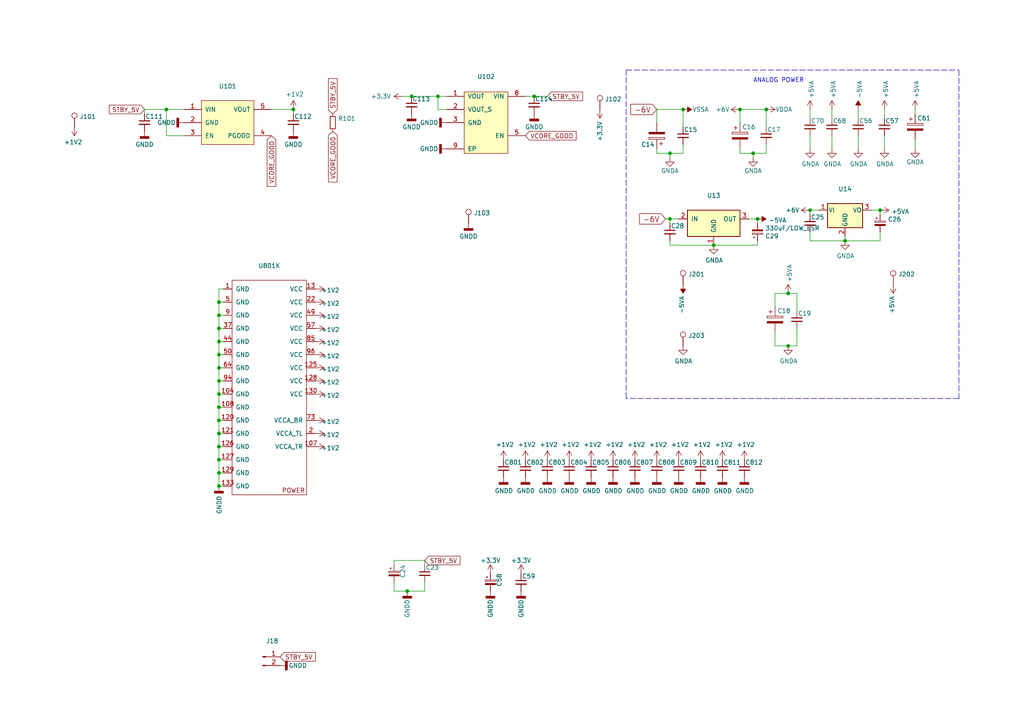
<source format=kicad_sch>
(kicad_sch (version 20211123) (generator eeschema)
  (paper "A4")
  (title_block (title "BKM-68X Alternative") (rev "F") (company "L33T TEK") (comment 1 "Martin Hejnfelt") (comment 2 "martin@hejnfelt.com") (comment 3 "www.immerhax.com"))
  (lib_symbols
    (symbol "Connector:Conn_01x02_Male" (pin_names (offset 1.016) hide)
      (property "Reference" "J" (at 0 2.54 0))
      (property "Value" "Conn_01x02_Male" (at 0 -5.08 0))
      (symbol "Conn_01x02_Male_1_1"
        (polyline (pts (xy 1.27 -2.54) (xy 0.8636 -2.54)) (stroke (width 0.1524)))
        (polyline (pts (xy 1.27 0) (xy 0.8636 0)) (stroke (width 0.1524)))
        (rectangle (start 0.8636 -2.413) (end 0 -2.667) (stroke (width 0.1524)) (fill (type outline)))
        (rectangle (start 0.8636 0.127) (end 0 -0.127) (stroke (width 0.1524)) (fill (type outline)))
        (pin passive line (at 5.08 0 180) (length 3.81) (name "Pin_1") (number "1"))
        (pin passive line (at 5.08 -2.54 180) (length 3.81) (name "Pin_2") (number "2"))
      )
    )
    (symbol "Device:C_Polarized_Small" (pin_numbers hide) (pin_names (offset 0.254) hide)
      (property "Reference" "C" (at 0.254 1.778 0))
      (property "Value" "C_Polarized_Small" (at 0.254 -2.032 0))
      (symbol "C_Polarized_Small_0_1"
        (rectangle (start -1.524 -0.3048) (end 1.524 -0.6858) (fill (type outline)))
        (rectangle (start -1.524 0.6858) (end 1.524 0.3048))
        (polyline (pts (xy -1.27 1.524) (xy -0.762 1.524)))
        (polyline (pts (xy -1.016 1.27) (xy -1.016 1.778)))
      )
      (symbol "C_Polarized_Small_1_1"
        (pin passive line (at 0 2.54 270) (length 1.8542) (name "~") (number "1"))
        (pin passive line (at 0 -2.54 90) (length 1.8542) (name "~") (number "2"))
      )
    )
    (symbol "Device:R_Small" (pin_numbers hide) (pin_names (offset 0.254) hide)
      (property "Reference" "R" (at 0.762 0.508 0))
      (property "Value" "R_Small" (at 0.762 -1.016 0))
      (symbol "R_Small_0_1"
        (rectangle (start -0.762 1.778) (end 0.762 -1.778) (stroke (width 0.2032)))
      )
      (symbol "R_Small_1_1"
        (pin passive line (at 0 2.54 270) (length 0.762) (name "~") (number "1"))
        (pin passive line (at 0 -2.54 90) (length 0.762) (name "~") (number "2"))
      )
    )
    (symbol "Regulator_Linear:LM2990SX-5.0" (pin_names (offset 1.016))
      (property "Reference" "U" (at -7.874 4.064 0))
      (property "Value" "LM2990SX-5.0" (at -3.048 4.064 0))
      (symbol "LM2990SX-5.0_0_1"
        (rectangle (start -7.62 2.54) (end 7.62 -5.08) (stroke (width 0.254)) (fill (type background)))
      )
      (symbol "LM2990SX-5.0_1_1"
        (pin power_in line (at 0 -7.62 90) (length 2.54) (name "GND") (number "1"))
        (pin power_in line (at -10.16 0 0) (length 2.54) (name "IN") (number "2"))
        (pin power_out line (at 10.16 0 180) (length 2.54) (name "OUT") (number "3"))
      )
    )
    (symbol "Regulator_Linear:SPX2920U-3.3_TO220" (pin_names (offset 0.254))
      (property "Reference" "U" (at -3.81 3.175 0))
      (property "Value" "SPX2920U-3.3_TO220" (at 0 3.175 0))
      (symbol "SPX2920U-3.3_TO220_0_1"
        (rectangle (start -5.08 1.905) (end 5.08 -5.08) (stroke (width 0.254)) (fill (type background)))
      )
      (symbol "SPX2920U-3.3_TO220_1_1"
        (pin power_in line (at -7.62 0 0) (length 2.54) (name "VI") (number "1"))
        (pin power_in line (at 0 -7.62 90) (length 2.54) (name "GND") (number "2"))
        (pin power_out line (at 7.62 0 180) (length 2.54) (name "VO") (number "3"))
      )
    )
    (symbol "bkm-68x-simple-rescue:CP" (pin_numbers hide) (pin_names (offset 0.254))
      (property "Reference" "C" (at 0.635 2.54 0))
      (property "Value" "CP" (at 0.635 -2.54 0))
      (symbol "CP_0_1"
        (rectangle (start -2.286 0.508) (end -2.286 1.016))
        (rectangle (start -2.286 0.508) (end 2.286 0.508))
        (polyline (pts (xy -1.778 2.286) (xy -0.762 2.286)))
        (polyline (pts (xy -1.27 2.794) (xy -1.27 1.778)))
        (rectangle (start 2.286 -0.508) (end -2.286 -1.016) (fill (type outline)))
        (rectangle (start 2.286 1.016) (end -2.286 1.016))
        (rectangle (start 2.286 1.016) (end 2.286 0.508))
      )
      (symbol "CP_1_1"
        (pin passive line (at 0 3.81 270) (length 2.794) (name "~") (number "1"))
        (pin passive line (at 0 -3.81 90) (length 2.794) (name "~") (number "2"))
      )
    )
    (symbol "bkm-68x-simple-rescue:C_Small" (pin_numbers hide) (pin_names (offset 0.254) hide)
      (property "Reference" "C" (at 0.254 1.778 0))
      (property "Value" "C_Small" (at 0.254 -2.032 0))
      (symbol "C_Small_0_1"
        (polyline (pts (xy -1.524 -0.508) (xy 1.524 -0.508)) (stroke (width 0.3302)))
        (polyline (pts (xy -1.524 0.508) (xy 1.524 0.508)) (stroke (width 0.3048)))
      )
      (symbol "C_Small_1_1"
        (pin passive line (at 0 2.54 270) (length 2.032) (name "~") (number "1"))
        (pin passive line (at 0 -2.54 90) (length 2.032) (name "~") (number "2"))
      )
    )
    (symbol "bkm-68x-simple-rescue:T8Q144-Efinix_FPGA" (pin_names (offset 1.016))
      (property "Reference" "U" (at -10.16 26.67 0))
      (property "Value" "T8Q144-Efinix_FPGA" (at 7.62 26.67 0))
      (symbol "T8Q144-Efinix_FPGA_1_0"
        (text "BANK 1A" (at -10.16 0 900) (effects (font (size 1.27 1.27))))
      )
      (symbol "T8Q144-Efinix_FPGA_1_1"
        (rectangle (start 11.43 25.4) (end -11.43 -25.4))
        (pin power_in line (at 13.97 -22.86 180) (length 2.54) (name "VCCIO_1A") (number "23"))
        (pin output line (at 13.97 -15.24 180) (length 2.54) (name "TDO") (number "24"))
        (pin input line (at 13.97 -19.05 180) (length 2.54) (name "TMS") (number "25"))
        (pin input line (at 13.97 -7.62 180) (length 2.54) (name "TCK") (number "26"))
        (pin input line (at 13.97 -11.43 180) (length 2.54) (name "TDI") (number "27"))
        (pin bidirectional line (at 13.97 -3.81 180) (length 2.54) (name "GPIOL_09_CDI1") (number "28"))
        (pin bidirectional line (at 13.97 0 180) (length 2.54) (name "GPIOL_08_CDI0") (number "29"))
        (pin bidirectional line (at 13.97 11.43 180) (length 2.54) (name "GPIOL_01_CCK") (number "30"))
        (pin bidirectional line (at 13.97 15.24 180) (length 2.54) (name "GPIOL_00_SS_N") (number "31"))
        (pin bidirectional line (at 13.97 7.62 180) (length 2.54) (name "GPIOL_04_CSI") (number "32"))
        (pin bidirectional line (at 13.97 3.81 180) (length 2.54) (name "GPIOL_05_CSO") (number "33"))
        (pin output line (at 13.97 22.86 180) (length 2.54) (name "CDONE") (number "34"))
        (pin input line (at 13.97 19.05 180) (length 2.54) (name "CRESET_N") (number "35"))
      )
      (symbol "T8Q144-Efinix_FPGA_2_0"
        (rectangle (start 12.7 25.4) (end -13.97 -6.35))
        (text "BANK 1B" (at -12.7 10.16 900) (effects (font (size 1.27 1.27))))
      )
      (symbol "T8Q144-Efinix_FPGA_2_1"
        (pin bidirectional line (at 15.24 0 180) (length 2.54) (name "GPIOL_24_CLK1") (number "14"))
        (pin bidirectional line (at 15.24 3.81 180) (length 2.54) (name "GPIOL_24_CLK0") (number "15"))
        (pin bidirectional line (at 15.24 7.62 180) (length 2.54) (name "GPIOL_22_CTRL2") (number "16"))
        (pin bidirectional line (at 15.24 11.43 180) (length 2.54) (name "GPIOL_21_CTRL1_CDI5") (number "17"))
        (pin bidirectional line (at 15.24 15.24 180) (length 2.54) (name "GPIOL_20_CTRL0_CDI4") (number "18"))
        (pin bidirectional line (at 15.24 19.05 180) (length 2.54) (name "GPIOL_13_CDI3") (number "19"))
        (pin bidirectional line (at 15.24 22.86 180) (length 2.54) (name "GPIOL_12_CDI2") (number "20"))
        (pin power_in line (at 15.24 -3.81 180) (length 2.54) (name "VCCIO_1B") (number "21"))
      )
      (symbol "T8Q144-Efinix_FPGA_3_0"
        (rectangle (start 11.43 25.4) (end -13.97 -6.35))
        (text "BANK 1C/1D" (at -12.7 10.16 900) (effects (font (size 1.27 1.27))))
      )
      (symbol "T8Q144-Efinix_FPGA_3_1"
        (pin bidirectional line (at 13.97 19.05 180) (length 2.54) (name "GPIOL_32_CTRL4_CDI7") (number "10"))
        (pin bidirectional line (at 13.97 22.86 180) (length 2.54) (name "GPIOL_31_CLK7_CDI6") (number "11"))
        (pin power_in line (at 13.97 -3.81 180) (length 2.54) (name "VCCIO1C_1D") (number "12"))
        (pin bidirectional line (at 13.97 3.81 180) (length 2.54) (name "GPIOL_53_CDI10") (number "3"))
        (pin bidirectional line (at 13.97 0 180) (length 2.54) (name "GPIOL_54_CDI11") (number "4"))
        (pin bidirectional line (at 13.97 7.62 180) (length 2.54) (name "GPIOL_46") (number "6"))
        (pin bidirectional line (at 13.97 11.43 180) (length 2.54) (name "GPIOL_41_CDI9") (number "7"))
        (pin bidirectional line (at 13.97 15.24 180) (length 2.54) (name "GPIOL_40_CDI8") (number "8"))
      )
      (symbol "T8Q144-Efinix_FPGA_4_0"
        (rectangle (start 13.97 25.4) (end -13.97 -25.4))
        (text "BANK 1E" (at -12.7 0 900) (effects (font (size 1.27 1.27))))
      )
      (symbol "T8Q144-Efinix_FPGA_4_1"
        (pin bidirectional line (at 16.51 -19.05 180) (length 2.54) (name "GPIOL_75_PLLIN1") (number "131"))
        (pin bidirectional line (at 16.51 -15.24 180) (length 2.54) (name "GPIOL_74_PLLIN0") (number "132"))
        (pin bidirectional line (at 16.51 -11.43 180) (length 2.54) (name "GPIOL_73_EXTFB1_CDI15") (number "134"))
        (pin bidirectional line (at 16.51 -7.62 180) (length 2.54) (name "GPIOL_72_EXTFB0_CDI14") (number "135"))
        (pin bidirectional line (at 16.51 -3.81 180) (length 2.54) (name "GPIOL_71_NSTATUS") (number "136"))
        (pin bidirectional line (at 16.51 0 180) (length 2.54) (name "GPIOL_70_CBSEL0") (number "137"))
        (pin bidirectional line (at 16.51 3.81 180) (length 2.54) (name "GPIOL_69_CBSEL1") (number "138"))
        (pin bidirectional line (at 16.51 7.62 180) (length 2.54) (name "GPIOL_68") (number "139"))
        (pin bidirectional line (at 16.51 11.43 180) (length 2.54) (name "GPIOL_67_CDI13") (number "140"))
        (pin bidirectional line (at 16.51 19.05 180) (length 2.54) (name "GPIOL_65") (number "141"))
        (pin bidirectional line (at 16.51 15.24 180) (length 2.54) (name "GPIOL_66_CDI12") (number "142"))
        (pin power_in line (at 16.51 -22.86 180) (length 2.54) (name "VCCIO_1E") (number "143"))
        (pin bidirectional line (at 16.51 22.86 180) (length 2.54) (name "GPIOL_64") (number "144"))
      )
      (symbol "T8Q144-Efinix_FPGA_5_1"
        (rectangle (start 13.97 25.4) (end -13.97 -29.21))
        (text "BANK 3A" (at -12.7 0 900) (effects (font (size 1.27 1.27))))
        (pin bidirectional line (at 16.51 -22.86 180) (length 2.54) (name "GPIOR_88_CDI28") (number "109"))
        (pin bidirectional line (at 16.51 -19.05 180) (length 2.54) (name "GPIOR_87_CDI29") (number "110"))
        (pin bidirectional line (at 16.51 -11.43 180) (length 2.54) (name "GPIOR_85") (number "111"))
        (pin bidirectional line (at 16.51 -15.24 180) (length 2.54) (name "GPIOR_86") (number "112"))
        (pin bidirectional line (at 16.51 -7.62 180) (length 2.54) (name "GPIOR_84") (number "113"))
        (pin bidirectional line (at 16.51 -3.81 180) (length 2.54) (name "GPIOR_83") (number "114"))
        (pin bidirectional line (at 16.51 0 180) (length 2.54) (name "GPIOR_82") (number "115"))
        (pin bidirectional line (at 16.51 3.81 180) (length 2.54) (name "GPIOR_81_MREFCLK") (number "116"))
        (pin bidirectional line (at 16.51 7.62 180) (length 2.54) (name "GPIOR_80") (number "117"))
        (pin bidirectional line (at 16.51 11.43 180) (length 2.54) (name "GPIOR_79_EXTFB1_CDI30") (number "118"))
        (pin bidirectional line (at 16.51 15.24 180) (length 2.54) (name "GPIOR_78_EXTFB0_CDI31") (number "119"))
        (pin power_in line (at 16.51 -26.67 180) (length 2.54) (name "VCCIO_3A") (number "122"))
        (pin bidirectional line (at 16.51 19.05 180) (length 2.54) (name "GPIOR_77_PLLIN1_CBSEL1") (number "123"))
        (pin bidirectional line (at 16.51 22.86 180) (length 2.54) (name "GPIOR_76_PLLIN0_CBSEL0") (number "124"))
      )
      (symbol "T8Q144-Efinix_FPGA_6_0"
        (text "BANK 3B/3C" (at -15.24 3.81 900) (effects (font (size 1.27 1.27))))
      )
      (symbol "T8Q144-Efinix_FPGA_6_1"
        (rectangle (start 12.7 25.4) (end -16.51 -17.78))
        (pin bidirectional line (at 15.24 3.81 180) (length 2.54) (name "GPIOR_113_CDI22") (number "100"))
        (pin bidirectional line (at 15.24 7.62 180) (length 2.54) (name "GPIOR_112_CDI23") (number "101"))
        (pin bidirectional line (at 15.24 19.05 180) (length 2.54) (name "GPIOR_105_CDI24") (number "102"))
        (pin bidirectional line (at 15.24 22.86 180) (length 2.54) (name "GPIOR_104_CDI25") (number "103"))
        (pin bidirectional line (at 15.24 11.43 180) (length 2.54) (name "GPIOR_95_CDI26") (number "105"))
        (pin bidirectional line (at 15.24 15.24 180) (length 2.54) (name "GPIOR_94_CDI27") (number "106"))
        (pin bidirectional line (at 15.24 -11.43 180) (length 2.54) (name "GPIOR_123_CLK12_CDI20") (number "93"))
        (pin power_in line (at 15.24 -15.24 180) (length 2.54) (name "VCCIO3B_3C") (number "95"))
        (pin bidirectional line (at 15.24 -7.62 180) (length 2.54) (name "GPIOR_122_CLK13_CDI21") (number "97"))
        (pin bidirectional line (at 15.24 -3.81 180) (length 2.54) (name "GPIOR_117_CTRL14") (number "98"))
        (pin bidirectional line (at 15.24 0 180) (length 2.54) (name "GPIOR_116_CTRL15") (number "99"))
      )
      (symbol "T8Q144-Efinix_FPGA_7_0"
        (rectangle (start 11.43 25.4) (end -11.43 -13.97))
        (text "BANK 3D" (at -10.16 6.35 900) (effects (font (size 1.27 1.27))))
      )
      (symbol "T8Q144-Efinix_FPGA_7_1"
        (pin bidirectional line (at 13.97 -7.62 180) (length 2.54) (name "GPIOR_139") (number "81"))
        (pin bidirectional line (at 13.97 -3.81 180) (length 2.54) (name "GPIOR_138") (number "82"))
        (pin bidirectional line (at 13.97 0 180) (length 2.54) (name "GPIOR_136_CDI16") (number "83"))
        (pin bidirectional line (at 13.97 3.81 180) (length 2.54) (name "GPIOR_135_CDI17") (number "84"))
        (pin bidirectional line (at 13.97 7.62 180) (length 2.54) (name "GPIOR133_CDI18") (number "86"))
        (pin bidirectional line (at 13.97 11.43 180) (length 2.54) (name "GPIOR_132_CDI19") (number "87"))
        (pin bidirectional line (at 13.97 15.24 180) (length 2.54) (name "GPIOR_128_CTRL10") (number "89"))
        (pin bidirectional line (at 13.97 19.05 180) (length 2.54) (name "GPIOR_128_CTRL11") (number "90"))
        (pin power_in line (at 13.97 -11.43 180) (length 2.54) (name "VCCIO3D") (number "91"))
        (pin bidirectional line (at 13.97 22.86 180) (length 2.54) (name "GPIOR_125_CLK10") (number "92"))
      )
      (symbol "T8Q144-Efinix_FPGA_8_0"
        (rectangle (start 11.43 25.4) (end -11.43 -6.35))
        (text "BANK 3E" (at -10.16 8.89 900) (effects (font (size 1.27 1.27))))
      )
      (symbol "T8Q144-Efinix_FPGA_8_1"
        (pin bidirectional line (at 13.97 0 180) (length 2.54) (name "GPIOR_158_TEST_N") (number "74"))
        (pin bidirectional line (at 13.97 3.81 180) (length 2.54) (name "GPIOR_157_PLLIN") (number "75"))
        (pin bidirectional line (at 13.97 7.62 180) (length 2.54) (name "GPIOR_155") (number "76"))
        (pin bidirectional line (at 13.97 11.43 180) (length 2.54) (name "GPIOR_154") (number "77"))
        (pin bidirectional line (at 13.97 15.24 180) (length 2.54) (name "GPIOR_151_CBUS0") (number "78"))
        (pin bidirectional line (at 13.97 19.05 180) (length 2.54) (name "GPIOR_150_CBUS1") (number "79"))
        (pin bidirectional line (at 13.97 22.86 180) (length 2.54) (name "GPIOR_149_CBUS2") (number "80"))
        (pin power_in line (at 13.97 -3.81 180) (length 2.54) (name "VCCIO3E") (number "88"))
      )
      (symbol "T8Q144-Efinix_FPGA_9_0"
        (rectangle (start 11.43 25.4) (end -15.24 -36.83))
        (text "BANK 4A" (at -13.97 -3.81 900) (effects (font (size 1.27 1.27))))
      )
      (symbol "T8Q144-Efinix_FPGA_9_1"
        (pin bidirectional line (at 13.97 -7.62 180) (length 2.54) (name "GPIOB_RXP00") (number "55"))
        (pin bidirectional line (at 13.97 15.24 180) (length 2.54) (name "GPIOB_RXN00") (number "56"))
        (pin bidirectional line (at 13.97 -11.43 180) (length 2.54) (name "GPIOB_RXP02") (number "58"))
        (pin bidirectional line (at 13.97 11.43 180) (length 2.54) (name "GPIOB_RXN02") (number "59"))
        (pin bidirectional line (at 13.97 7.62 180) (length 2.54) (name "GPIOB_RXN03") (number "60"))
        (pin bidirectional line (at 13.97 -15.24 180) (length 2.54) (name "GPIOB_RXP03") (number "61"))
        (pin power_in line (at 13.97 -30.48 180) (length 2.54) (name "VCCIO4A") (number "62"))
        (pin power_in line (at 13.97 -34.29 180) (length 2.54) (name "VCCIO4A") (number "63"))
        (pin bidirectional line (at 13.97 3.81 180) (length 2.54) (name "GPIOB_RXN07") (number "65"))
        (pin bidirectional line (at 13.97 -19.05 180) (length 2.54) (name "GPIOB_RXP07") (number "66"))
        (pin bidirectional line (at 13.97 -22.86 180) (length 2.54) (name "GPIOB_RXP10") (number "67"))
        (pin bidirectional line (at 13.97 0 180) (length 2.54) (name "GPIOB_RXN10") (number "68"))
        (pin bidirectional line (at 13.97 -3.81 180) (length 2.54) (name "GPIOB_RXN12_EXTFB0") (number "69"))
        (pin bidirectional line (at 13.97 -26.67 180) (length 2.54) (name "GPIOB_RXP12_EXTFB0") (number "70"))
        (pin bidirectional line (at 13.97 19.05 180) (length 2.54) (name "GPIOB_CLKP0") (number "71"))
        (pin bidirectional line (at 13.97 22.86 180) (length 2.54) (name "GPIOB_CLKN0") (number "72"))
      )
      (symbol "T8Q144-Efinix_FPGA_10_0"
        (rectangle (start 11.43 25.4) (end -11.43 -33.02))
        (text "BANK 4B" (at -10.16 -1.27 900) (effects (font (size 1.27 1.27))))
      )
      (symbol "T8Q144-Efinix_FPGA_10_1"
        (pin input line (at 13.97 -22.86 180) (length 2.54) (name "REF_RES") (number "36"))
        (pin bidirectional line (at 13.97 0 180) (length 2.54) (name "GPIOB_TXP00") (number "38"))
        (pin bidirectional line (at 13.97 22.86 180) (length 2.54) (name "GPIOB_TXN00") (number "39"))
        (pin bidirectional line (at 13.97 -3.81 180) (length 2.54) (name "GPIOB_TXP02") (number "40"))
        (pin bidirectional line (at 13.97 19.05 180) (length 2.54) (name "GPIOB_TXN02") (number "41"))
        (pin bidirectional line (at 13.97 -7.62 180) (length 2.54) (name "GPIOB_TXP04") (number "42"))
        (pin bidirectional line (at 13.97 15.24 180) (length 2.54) (name "GPIOB_TXN04") (number "43"))
        (pin bidirectional line (at 13.97 -11.43 180) (length 2.54) (name "GPIOB_TXP06") (number "45"))
        (pin bidirectional line (at 13.97 11.43 180) (length 2.54) (name "GPIOB_TXN06") (number "46"))
        (pin bidirectional line (at 13.97 -15.24 180) (length 2.54) (name "GPIOB_TXP08") (number "47"))
        (pin bidirectional line (at 13.97 7.62 180) (length 2.54) (name "GPIOB_TXN09") (number "48"))
        (pin power_in line (at 13.97 -26.67 180) (length 2.54) (name "VCCIO4B") (number "51"))
        (pin power_in line (at 13.97 -30.48 180) (length 2.54) (name "VCCIO4B") (number "52"))
        (pin bidirectional line (at 13.97 -19.05 180) (length 2.54) (name "GPIOB_TXP11") (number "53"))
        (pin bidirectional line (at 13.97 3.81 180) (length 2.54) (name "GPIOB_TXN11") (number "54"))
      )
      (symbol "T8Q144-Efinix_FPGA_11_0"
        (rectangle (start -10.16 25.4) (end 11.43 -36.83))
        (text "POWER" (at 7.62 -35.56 0) (effects (font (size 1.27 1.27))))
      )
      (symbol "T8Q144-Efinix_FPGA_11_1"
        (pin power_in line (at -12.7 22.86 0) (length 2.54) (name "GND") (number "1"))
        (pin power_in line (at -12.7 -7.62 0) (length 2.54) (name "GND") (number "104"))
        (pin power_in line (at 13.97 -22.86 180) (length 2.54) (name "VCCA_TR") (number "107"))
        (pin power_in line (at -12.7 -11.43 0) (length 2.54) (name "GND") (number "108"))
        (pin power_in line (at -12.7 -15.24 0) (length 2.54) (name "GND") (number "120"))
        (pin power_in line (at -12.7 -19.05 0) (length 2.54) (name "GND") (number "121"))
        (pin power_in line (at 13.97 0 180) (length 2.54) (name "VCC") (number "125"))
        (pin power_in line (at -12.7 -22.86 0) (length 2.54) (name "GND") (number "126"))
        (pin power_in line (at -12.7 -26.67 0) (length 2.54) (name "GND") (number "127"))
        (pin power_in line (at 13.97 -3.81 180) (length 2.54) (name "VCC") (number "128"))
        (pin power_in line (at -12.7 -30.48 0) (length 2.54) (name "GND") (number "129"))
        (pin power_in line (at 13.97 22.86 180) (length 2.54) (name "VCC") (number "13"))
        (pin power_in line (at 13.97 -7.62 180) (length 2.54) (name "VCC") (number "130"))
        (pin power_in line (at -12.7 -34.29 0) (length 2.54) (name "GND") (number "133"))
        (pin power_in line (at 13.97 -19.05 180) (length 2.54) (name "VCCA_TL") (number "2"))
        (pin power_in line (at 13.97 19.05 180) (length 2.54) (name "VCC") (number "22"))
        (pin power_in line (at -12.7 11.43 0) (length 2.54) (name "GND") (number "37"))
        (pin power_in line (at -12.7 7.62 0) (length 2.54) (name "GND") (number "44"))
        (pin power_in line (at 13.97 15.24 180) (length 2.54) (name "VCC") (number "49"))
        (pin power_in line (at -12.7 19.05 0) (length 2.54) (name "GND") (number "5"))
        (pin power_in line (at -12.7 3.81 0) (length 2.54) (name "GND") (number "50"))
        (pin power_in line (at 13.97 11.43 180) (length 2.54) (name "VCC") (number "57"))
        (pin power_in line (at -12.7 0 0) (length 2.54) (name "GND") (number "64"))
        (pin power_in line (at 13.97 -15.24 180) (length 2.54) (name "VCCA_BR") (number "73"))
        (pin power_in line (at 13.97 7.62 180) (length 2.54) (name "VCC") (number "85"))
        (pin power_in line (at -12.7 15.24 0) (length 2.54) (name "GND") (number "9"))
        (pin power_in line (at -12.7 -3.81 0) (length 2.54) (name "GND") (number "94"))
        (pin power_in line (at 13.97 3.81 180) (length 2.54) (name "VCC") (number "96"))
      )
    )
    (symbol "bkm-68x-simple-rescue:TEST_1P" (pin_numbers hide) (pin_names (offset 0.762) hide)
      (property "Reference" "J" (at 0 6.858 0))
      (property "Value" "TEST_1P" (at 0 5.08 0))
      (symbol "TEST_1P_0_1"
        (circle (center 0 3.302) (radius 0.762))
      )
      (symbol "TEST_1P_1_1"
        (pin passive line (at 0 0 90) (length 2.54) (name "1") (number "1"))
      )
    )
    (symbol "ldo-en-pg:BDxxHC0WEFJ" (pin_names (offset 1.016))
      (property "Reference" "U" (at 0 6.35 0))
      (property "Value" "BDxxHC0WEFJ" (at 0 -13.97 0))
      (symbol "BDxxHC0WEFJ_0_1"
        (rectangle (start -6.35 5.08) (end 6.35 -12.7) (fill (type background)))
      )
      (symbol "BDxxHC0WEFJ_1_1"
        (pin power_out line (at -11.43 3.81 0) (length 5.08) (name "VOUT") (number "1"))
        (pin output line (at -11.43 0 0) (length 5.08) (name "VOUT_S") (number "2"))
        (pin power_in line (at -11.43 -3.81 0) (length 5.08) (name "GND") (number "3"))
        (pin no_connect line (at -11.43 -7.62 0) (length 5.08) hide (name "NC") (number "4"))
        (pin input line (at 11.43 -7.62 180) (length 5.08) (name "EN") (number "5"))
        (pin no_connect line (at 11.43 -3.81 180) (length 5.08) hide (name "NC") (number "6"))
        (pin no_connect line (at 11.43 0 180) (length 5.08) hide (name "NC") (number "7"))
        (pin power_in line (at 11.43 3.81 180) (length 5.08) (name "VIN") (number "8"))
        (pin power_in line (at -11.43 -11.43 0) (length 5.08) (name "EP") (number "9"))
      )
    )
    (symbol "ldo-en-pg:NCV8164" (pin_names (offset 1.016))
      (property "Reference" "U" (at 0 5.08 0))
      (property "Value" "NCV8164" (at 0 -10.16 0))
      (symbol "NCV8164_0_1"
        (rectangle (start -7.62 3.81) (end 7.62 -8.89) (fill (type background)))
        (rectangle (start 7.62 -8.89) (end 7.62 -8.89))
      )
      (symbol "NCV8164_1_1"
        (pin power_in line (at -12.7 1.27 0) (length 5.08) (name "VIN") (number "1"))
        (pin power_in line (at -12.7 -2.54 0) (length 5.08) (name "GND") (number "2"))
        (pin input line (at -12.7 -6.35 0) (length 5.08) (name "EN") (number "3"))
        (pin output line (at 12.7 -6.35 180) (length 5.08) (name "PGOOD") (number "4"))
        (pin power_out line (at 12.7 1.27 180) (length 5.08) (name "VOUT") (number "5"))
      )
    )
    (symbol "power:+1V2" (power) (pin_names (offset 0))
      (property "Value" "+1V2" (at 0 3.556 0))
      (symbol "+1V2_0_1"
        (polyline (pts (xy -0.762 1.27) (xy 0 2.54)))
        (polyline (pts (xy 0 0) (xy 0 2.54)))
        (polyline (pts (xy 0 2.54) (xy 0.762 1.27)))
      )
      (symbol "+1V2_1_1"
        (pin power_in line (at 0 0 90) (length 0) hide (name "+1V2") (number "1"))
      )
    )
    (symbol "power:+3.3V" (power) (pin_names (offset 0))
      (property "Value" "+3.3V" (at 0 3.556 0))
      (symbol "+3.3V_0_1"
        (polyline (pts (xy -0.762 1.27) (xy 0 2.54)))
        (polyline (pts (xy 0 0) (xy 0 2.54)))
        (polyline (pts (xy 0 2.54) (xy 0.762 1.27)))
      )
      (symbol "+3.3V_1_1"
        (pin power_in line (at 0 0 90) (length 0) hide (name "+3.3V") (number "1"))
      )
    )
    (symbol "power:+5VA" (power) (pin_names (offset 0))
      (property "Value" "+5VA" (at 0 3.556 0))
      (symbol "+5VA_0_1"
        (polyline (pts (xy -0.762 1.27) (xy 0 2.54)))
        (polyline (pts (xy 0 0) (xy 0 2.54)))
        (polyline (pts (xy 0 2.54) (xy 0.762 1.27)))
      )
      (symbol "+5VA_1_1"
        (pin power_in line (at 0 0 90) (length 0) hide (name "+5VA") (number "1"))
      )
    )
    (symbol "power:+6V" (power) (pin_names (offset 0))
      (property "Value" "+6V" (at 0 3.556 0))
      (symbol "+6V_0_1"
        (polyline (pts (xy -0.762 1.27) (xy 0 2.54)))
        (polyline (pts (xy 0 0) (xy 0 2.54)))
        (polyline (pts (xy 0 2.54) (xy 0.762 1.27)))
      )
      (symbol "+6V_1_1"
        (pin power_in line (at 0 0 90) (length 0) hide (name "+6V") (number "1"))
      )
    )
    (symbol "power:-5VA" (power) (pin_names (offset 0))
      (property "Value" "-5VA" (at 0 3.81 0))
      (symbol "-5VA_0_0"
        (pin power_in line (at 0 0 90) (length 0) hide (name "-5VA") (number "1"))
      )
      (symbol "-5VA_0_1"
        (polyline (pts (xy 0 0) (xy 0 1.27) (xy 0.762 1.27) (xy 0 2.54) (xy -0.762 1.27) (xy 0 1.27)) (fill (type outline)))
      )
    )
    (symbol "power:GNDA" (power) (pin_names (offset 0))
      (property "Value" "GNDA" (at 0 -3.81 0))
      (symbol "GNDA_0_1"
        (polyline (pts (xy 0 0) (xy 0 -1.27) (xy 1.27 -1.27) (xy 0 -2.54) (xy -1.27 -1.27) (xy 0 -1.27)))
      )
      (symbol "GNDA_1_1"
        (pin power_in line (at 0 0 270) (length 0) hide (name "GNDA") (number "1"))
      )
    )
    (symbol "power:GNDD" (power) (pin_names (offset 0))
      (property "Value" "GNDD" (at 0 -3.175 0))
      (symbol "GNDD_0_1"
        (rectangle (start -1.27 -1.524) (end 1.27 -2.032) (stroke (width 0.254)) (fill (type outline)))
        (polyline (pts (xy 0 0) (xy 0 -1.524)))
      )
      (symbol "GNDD_1_1"
        (pin power_in line (at 0 0 270) (length 0) hide (name "GNDD") (number "1"))
      )
    )
    (symbol "power:VDDA" (power) (pin_names (offset 0))
      (property "Value" "VDDA" (at 0 3.81 0))
      (symbol "VDDA_0_1"
        (polyline (pts (xy -0.762 1.27) (xy 0 2.54)))
        (polyline (pts (xy 0 0) (xy 0 2.54)))
        (polyline (pts (xy 0 2.54) (xy 0.762 1.27)))
      )
      (symbol "VDDA_1_1"
        (pin power_in line (at 0 0 90) (length 0) hide (name "VDDA") (number "1"))
      )
    )
    (symbol "power:VSSA" (power) (pin_names (offset 0))
      (property "Value" "VSSA" (at 0 3.81 0))
      (symbol "VSSA_0_1"
        (polyline (pts (xy 0 0) (xy 0 2.54)))
        (polyline (pts (xy 0.762 1.27) (xy -0.762 1.27) (xy 0 2.54) (xy 0.762 1.27)) (fill (type outline)))
      )
      (symbol "VSSA_1_1"
        (pin power_in line (at 0 0 90) (length 0) hide (name "VSSA") (number "1"))
      )
    )
  )
  (junction (at 63.5 121.92))
  (junction (at 218.44 44.45))
  (junction (at 63.5 102.87))
  (junction (at 207.01 71.12))
  (junction (at 119.38 27.94))
  (junction (at 194.31 44.45))
  (junction (at 214.63 31.75))
  (junction (at 63.5 140.97))
  (junction (at 228.6 100.33))
  (junction (at 63.5 91.44))
  (junction (at 63.5 129.54))
  (junction (at 63.5 106.68))
  (junction (at 198.12 31.75))
  (junction (at 228.6 85.09))
  (junction (at 194.31 63.5))
  (junction (at 63.5 99.06))
  (junction (at 63.5 137.16))
  (junction (at 85.09 31.75))
  (junction (at 48.26 31.75))
  (junction (at 63.5 114.3))
  (junction (at 63.5 110.49))
  (junction (at 219.71 63.5))
  (junction (at 63.5 133.35))
  (junction (at 234.95 60.96))
  (junction (at 154.94 27.94))
  (junction (at 63.5 118.11))
  (junction (at 63.5 87.63))
  (junction (at 245.11 69.85))
  (junction (at 222.25 31.75))
  (junction (at 255.27 60.96))
  (junction (at 63.5 125.73))
  (junction (at 118.11 171.45))
  (junction (at 63.5 95.25))
  (junction (at 127 27.94))
  (wire (pts (xy 64.77 95.25) (xy 63.5 95.25)))
  (wire (pts (xy 241.3 39.37) (xy 241.3 43.18)))
  (wire (pts (xy 119.38 27.94) (xy 127 27.94)))
  (wire (pts (xy 224.79 100.33) (xy 228.6 100.33)))
  (wire (pts (xy 190.5 31.75) (xy 198.12 31.75)))
  (wire (pts (xy 48.26 39.37) (xy 48.26 31.75)))
  (polyline (pts (xy 278.13 20.32) (xy 278.13 115.57)))
  (polyline (pts (xy 181.61 20.32) (xy 278.13 20.32)))
  (wire (pts (xy 63.5 129.54) (xy 63.5 133.35)))
  (wire (pts (xy 255.27 69.85) (xy 255.27 67.31)))
  (wire (pts (xy 63.5 121.92) (xy 63.5 125.73)))
  (wire (pts (xy 63.5 110.49) (xy 63.5 114.3)))
  (wire (pts (xy 218.44 44.45) (xy 222.25 44.45)))
  (wire (pts (xy 193.04 63.5) (xy 194.31 63.5)))
  (wire (pts (xy 114.3 162.56) (xy 123.19 162.56)))
  (wire (pts (xy 64.77 110.49) (xy 63.5 110.49)))
  (wire (pts (xy 265.43 31.75) (xy 265.43 33.02)))
  (wire (pts (xy 234.95 60.96) (xy 237.49 60.96)))
  (wire (pts (xy 222.25 31.75) (xy 222.25 36.83)))
  (wire (pts (xy 194.31 44.45) (xy 198.12 44.45)))
  (wire (pts (xy 63.5 87.63) (xy 63.5 91.44)))
  (wire (pts (xy 63.5 99.06) (xy 63.5 102.87)))
  (wire (pts (xy 64.77 118.11) (xy 63.5 118.11)))
  (wire (pts (xy 64.77 114.3) (xy 63.5 114.3)))
  (wire (pts (xy 64.77 99.06) (xy 63.5 99.06)))
  (wire (pts (xy 63.5 106.68) (xy 63.5 110.49)))
  (wire (pts (xy 217.17 63.5) (xy 219.71 63.5)))
  (wire (pts (xy 265.43 40.64) (xy 265.43 43.18)))
  (wire (pts (xy 85.09 31.75) (xy 85.09 33.02)))
  (wire (pts (xy 116.84 27.94) (xy 119.38 27.94)))
  (wire (pts (xy 198.12 31.75) (xy 198.12 36.83)))
  (wire (pts (xy 64.77 129.54) (xy 63.5 129.54)))
  (wire (pts (xy 214.63 31.75) (xy 222.25 31.75)))
  (wire (pts (xy 222.25 44.45) (xy 222.25 41.91)))
  (wire (pts (xy 224.79 85.09) (xy 224.79 88.9)))
  (wire (pts (xy 219.71 63.5) (xy 219.71 64.77)))
  (wire (pts (xy 152.4 27.94) (xy 154.94 27.94)))
  (wire (pts (xy 63.5 118.11) (xy 63.5 121.92)))
  (wire (pts (xy 63.5 140.97) (xy 64.77 140.97)))
  (wire (pts (xy 129.54 31.75) (xy 127 31.75)))
  (wire (pts (xy 158.75 27.94) (xy 154.94 27.94)))
  (wire (pts (xy 190.5 44.45) (xy 194.31 44.45)))
  (wire (pts (xy 64.77 133.35) (xy 63.5 133.35)))
  (wire (pts (xy 63.5 125.73) (xy 63.5 129.54)))
  (wire (pts (xy 123.19 162.56) (xy 123.19 163.83)))
  (wire (pts (xy 41.91 31.75) (xy 48.26 31.75)))
  (wire (pts (xy 231.14 85.09) (xy 231.14 90.17)))
  (wire (pts (xy 114.3 168.91) (xy 114.3 171.45)))
  (wire (pts (xy 256.54 39.37) (xy 256.54 43.18)))
  (polyline (pts (xy 181.61 115.57) (xy 181.61 20.32)))
  (wire (pts (xy 64.77 87.63) (xy 63.5 87.63)))
  (wire (pts (xy 63.5 102.87) (xy 63.5 106.68)))
  (wire (pts (xy 198.12 44.45) (xy 198.12 41.91)))
  (wire (pts (xy 194.31 71.12) (xy 207.01 71.12)))
  (wire (pts (xy 48.26 31.75) (xy 53.34 31.75)))
  (wire (pts (xy 63.5 91.44) (xy 63.5 95.25)))
  (wire (pts (xy 64.77 102.87) (xy 63.5 102.87)))
  (wire (pts (xy 41.91 33.02) (xy 41.91 31.75)))
  (wire (pts (xy 214.63 43.18) (xy 214.63 44.45)))
  (wire (pts (xy 64.77 83.82) (xy 63.5 83.82)))
  (wire (pts (xy 64.77 125.73) (xy 63.5 125.73)))
  (wire (pts (xy 234.95 39.37) (xy 234.95 43.18)))
  (wire (pts (xy 194.31 44.45) (xy 194.31 45.72)))
  (wire (pts (xy 228.6 100.33) (xy 231.14 100.33)))
  (wire (pts (xy 63.5 83.82) (xy 63.5 87.63)))
  (wire (pts (xy 63.5 137.16) (xy 63.5 140.97)))
  (wire (pts (xy 118.11 171.45) (xy 123.19 171.45)))
  (wire (pts (xy 63.5 95.25) (xy 63.5 99.06)))
  (wire (pts (xy 214.63 44.45) (xy 218.44 44.45)))
  (wire (pts (xy 194.31 63.5) (xy 196.85 63.5)))
  (wire (pts (xy 245.11 69.85) (xy 255.27 69.85)))
  (wire (pts (xy 63.5 133.35) (xy 63.5 137.16)))
  (wire (pts (xy 234.95 69.85) (xy 245.11 69.85)))
  (wire (pts (xy 190.5 43.18) (xy 190.5 44.45)))
  (wire (pts (xy 234.95 67.31) (xy 234.95 69.85)))
  (wire (pts (xy 64.77 106.68) (xy 63.5 106.68)))
  (wire (pts (xy 245.11 69.85) (xy 245.11 68.58)))
  (polyline (pts (xy 278.13 115.57) (xy 181.61 115.57)))
  (wire (pts (xy 63.5 114.3) (xy 63.5 118.11)))
  (wire (pts (xy 127 27.94) (xy 129.54 27.94)))
  (wire (pts (xy 123.19 171.45) (xy 123.19 168.91)))
  (wire (pts (xy 53.34 39.37) (xy 48.26 39.37)))
  (wire (pts (xy 64.77 91.44) (xy 63.5 91.44)))
  (wire (pts (xy 256.54 31.75) (xy 256.54 34.29)))
  (wire (pts (xy 248.92 39.37) (xy 248.92 43.18)))
  (wire (pts (xy 234.95 62.23) (xy 234.95 60.96)))
  (wire (pts (xy 241.3 31.75) (xy 241.3 34.29)))
  (wire (pts (xy 64.77 137.16) (xy 63.5 137.16)))
  (wire (pts (xy 252.73 60.96) (xy 255.27 60.96)))
  (wire (pts (xy 228.6 85.09) (xy 231.14 85.09)))
  (wire (pts (xy 207.01 71.12) (xy 219.71 71.12)))
  (wire (pts (xy 214.63 31.75) (xy 214.63 35.56)))
  (wire (pts (xy 190.5 31.75) (xy 190.5 35.56)))
  (wire (pts (xy 224.79 96.52) (xy 224.79 100.33)))
  (wire (pts (xy 114.3 171.45) (xy 118.11 171.45)))
  (wire (pts (xy 78.74 31.75) (xy 85.09 31.75)))
  (wire (pts (xy 228.6 85.09) (xy 224.79 85.09)))
  (wire (pts (xy 64.77 121.92) (xy 63.5 121.92)))
  (wire (pts (xy 248.92 31.75) (xy 248.92 34.29)))
  (wire (pts (xy 219.71 71.12) (xy 219.71 69.85)))
  (wire (pts (xy 194.31 69.85) (xy 194.31 71.12)))
  (wire (pts (xy 127 31.75) (xy 127 27.94)))
  (wire (pts (xy 218.44 44.45) (xy 218.44 45.72)))
  (wire (pts (xy 234.95 31.75) (xy 234.95 34.29)))
  (wire (pts (xy 114.3 162.56) (xy 114.3 163.83)))
  (wire (pts (xy 231.14 100.33) (xy 231.14 95.25)))
  (wire (pts (xy 255.27 60.96) (xy 255.27 62.23)))
  (wire (pts (xy 194.31 64.77) (xy 194.31 63.5)))
  (text "ANALOG POWER" (at 218.44 24.13 0) (effects (font (size 1.27 1.27)) (justify left bottom)))
  (global_label "STBY_5V" (shape input) (at 81.28 190.5 0) (property "Intersheet References" "${INTERSHEET_REFS}" (effects hide)))
  (global_label "VCORE_GOOD" (shape input) (at 78.74 39.37 270) (property "Intersheet References" "${INTERSHEET_REFS}" (effects hide)))
  (global_label "VCORE_GOOD" (shape input) (at 96.52 38.1 270) (property "Intersheet References" "${INTERSHEET_REFS}" (effects hide)))
  (global_label "STBY_5V" (shape input) (at 123.19 162.56 0) (property "Intersheet References" "${INTERSHEET_REFS}" (effects hide)))
  (global_label "STBY_5V" (shape input) (at 41.91 31.75 180) (property "Intersheet References" "${INTERSHEET_REFS}" (effects hide)))
  (global_label "VCORE_GOOD" (shape input) (at 152.4 39.37 0) (property "Intersheet References" "${INTERSHEET_REFS}" (effects hide)))
  (global_label "STBY_5V" (shape input) (at 96.52 33.02 90) (property "Intersheet References" "${INTERSHEET_REFS}" (effects hide)))
  (global_label "STBY_5V" (shape input) (at 158.75 27.94 0) (property "Intersheet References" "${INTERSHEET_REFS}" (effects hide)))
  (global_label "-6V" (shape input) (at 193.04 63.5 180) (effects (font (size 1.524 1.524))) (property "Intersheet References" "${INTERSHEET_REFS}" (effects hide)))
  (global_label "-6V" (shape input) (at 190.5 31.75 180) (effects (font (size 1.524 1.524))) (property "Intersheet References" "${INTERSHEET_REFS}" (effects hide)))
  (symbol (lib_id "bkm-68x-simple-rescue:CP") (at 190.5 39.37 180) (unit 1)
    (property "Reference" "C14" (at 189.865 41.91 0) (effects (justify left)))
    (property "JLC" "SMD,6.3x5.5mm" (effects hide))
    (property "LCSC" "C111600" (effects hide))
  )
  (symbol (lib_id "bkm-68x-simple-rescue:C_Small") (at 198.12 39.37 0) (unit 1)
    (property "Reference" "C15" (at 198.374 37.592 0) (effects (justify left)))
    (property "JLC" "0805" (effects hide))
    (property "LCSC" "C77082" (effects hide))
  )
  (symbol (lib_id "power:GNDA") (at 194.31 45.72 0) (unit 1)
    (property "Reference" "#PWR093" (effects hide))
  )
  (symbol (lib_id "bkm-68x-simple-rescue:CP") (at 214.63 39.37 0) (unit 1)
    (property "Reference" "C16" (at 215.265 36.83 0) (effects (justify left)))
    (property "JLC" "SMD,6.3x5.5mm" (effects hide))
    (property "LCSC" "C111600" (effects hide))
  )
  (symbol (lib_id "bkm-68x-simple-rescue:C_Small") (at 222.25 39.37 0) (unit 1)
    (property "Reference" "C17" (at 222.504 37.592 0) (effects (justify left)))
    (property "JLC" "0805" (effects hide))
    (property "LCSC" "C77082" (effects hide))
  )
  (symbol (lib_id "power:GNDA") (at 218.44 45.72 0) (unit 1)
    (property "Reference" "#PWR094" (effects hide))
  )
  (symbol (lib_id "power:+6V") (at 214.63 31.75 90) (unit 1)
    (property "Reference" "#PWR095" (effects hide))
  )
  (symbol (lib_id "power:VSSA") (at 198.12 31.75 270) (unit 1)
    (property "Reference" "#PWR096" (effects hide))
  )
  (symbol (lib_id "power:VDDA") (at 222.25 31.75 270) (unit 1)
    (property "Reference" "#PWR097" (effects hide))
  )
  (symbol (lib_id "bkm-68x-simple-rescue:C_Small") (at 234.95 64.77 0) (unit 1)
    (property "Reference" "C25" (at 235.204 62.992 0) (effects (justify left)))
    (property "JLC" "0805" (effects hide))
    (property "LCSC" "C126586" (effects hide))
  )
  (symbol (lib_id "power:+5VA") (at 255.27 60.96 270) (unit 1)
    (property "Reference" "#PWR0102" (effects hide))
  )
  (symbol (lib_id "power:GNDA") (at 245.11 69.85 0) (unit 1)
    (property "Reference" "#PWR0139" (effects hide))
  )
  (symbol (lib_id "power:+6V") (at 234.95 60.96 90) (unit 1)
    (property "Reference" "#PWR0140" (effects hide))
  )
  (symbol (lib_id "Regulator_Linear:SPX2920U-3.3_TO220") (at 245.11 60.96 0) (unit 1)
    (property "Reference" "U14" (at 245.11 54.8132 0))
    (property "Datasheet" "http://www.zlgmcu.com/Sipex/LDO/PDF/spx2920.pdf" (effects hide))
    (property "JLC" "TO-252-3" (effects hide))
    (property "LCSC" "C2909275" (effects hide))
  )
  (symbol (lib_id "power:GNDD") (at 118.11 171.45 0) (unit 1)
    (property "Reference" "#PWR0103" (effects hide))
  )
  (symbol (lib_id "Regulator_Linear:LM2990SX-5.0") (at 207.01 63.5 0) (unit 1)
    (property "Reference" "U13" (at 207.01 56.7182 0))
    (property "Datasheet" "http://www.ti.com/lit/ds/symlink/lm2990.pdf" (effects hide))
    (property "JLC" "TO-263-3" (effects hide))
    (property "LCSC" "C201697" (effects hide))
  )
  (symbol (lib_id "Device:C_Polarized_Small") (at 114.3 166.37 0) (unit 1)
    (property "Reference" "C24" (at 116.84 167.64 90) (effects (justify left)))
    (property "JLC" "SMD,6.3x5.5mm" (effects hide))
    (property "LCSC" "C111600" (effects hide))
  )
  (symbol (lib_id "bkm-68x-simple-rescue:C_Small") (at 194.31 67.31 0) (unit 1)
    (property "Reference" "C28" (at 194.564 65.532 0) (effects (justify left)))
    (property "JLC" "0805" (effects hide))
    (property "LCSC" "C126586" (effects hide))
  )
  (symbol (lib_id "Device:C_Polarized_Small") (at 255.27 64.77 0) (unit 1)
    (property "Reference" "C26" (at 257.5052 63.6016 0) (effects (justify left)))
    (property "JLC" "SMD,6.3x5.4mm" (effects hide))
    (property "LCSC" "C413670" (effects hide))
  )
  (symbol (lib_id "bkm-68x-simple-rescue:C_Small") (at 123.19 166.37 0) (unit 1)
    (property "Reference" "C23" (at 123.444 164.592 0) (effects (justify left)))
    (property "JLC" "0805" (effects hide))
    (property "LCSC" "C28323" (effects hide))
  )
  (symbol (lib_id "Device:C_Polarized_Small") (at 219.71 67.31 0) (mirror x) (unit 1)
    (property "Reference" "C29" (at 221.9452 68.4784 0) (effects (justify left)))
    (property "Value" "330uF/LOW_ESR" (at 221.9452 66.167 0) (effects (justify left)))
    (property "Footprint" "Capacitor_SMD:CP_Elec_6.3x5.8" (effects hide))
    (property "JLC" "SMD,6.3x5.4mm" (effects hide))
    (property "LCSC" "C413670" (effects hide))
  )
  (symbol (lib_id "power:GNDA") (at 207.01 71.12 0) (unit 1)
    (property "Reference" "#PWR0134" (effects hide))
  )
  (symbol (lib_id "power:-5VA") (at 219.71 63.5 270) (unit 1)
    (property "Reference" "#PWR0141" (effects hide))
  )
  (symbol (lib_id "bkm-68x-simple-rescue:C_Small") (at 146.05 135.89 0) (unit 1)
    (property "Reference" "C801" (at 146.304 134.112 0) (effects (justify left)))
    (property "JLC" "0603" (effects hide))
    (property "LCSC" "C85864" (effects hide))
  )
  (symbol (lib_id "bkm-68x-simple-rescue:C_Small") (at 152.4 135.89 0) (unit 1)
    (property "Reference" "C802" (at 152.654 134.112 0) (effects (justify left)))
    (property "JLC" "0603" (effects hide))
    (property "LCSC" "C85864" (effects hide))
  )
  (symbol (lib_id "bkm-68x-simple-rescue:C_Small") (at 158.75 135.89 0) (unit 1)
    (property "Reference" "C803" (at 159.004 134.112 0) (effects (justify left)))
    (property "JLC" "0603" (effects hide))
    (property "LCSC" "C85864" (effects hide))
  )
  (symbol (lib_id "bkm-68x-simple-rescue:C_Small") (at 165.1 135.89 0) (unit 1)
    (property "Reference" "C804" (at 165.354 134.112 0) (effects (justify left)))
    (property "JLC" "0603" (effects hide))
    (property "LCSC" "C85864" (effects hide))
  )
  (symbol (lib_id "bkm-68x-simple-rescue:C_Small") (at 171.45 135.89 0) (unit 1)
    (property "Reference" "C805" (at 171.704 134.112 0) (effects (justify left)))
    (property "JLC" "0603" (effects hide))
    (property "LCSC" "C85864" (effects hide))
  )
  (symbol (lib_id "bkm-68x-simple-rescue:C_Small") (at 177.8 135.89 0) (unit 1)
    (property "Reference" "C806" (at 178.054 134.112 0) (effects (justify left)))
    (property "JLC" "0603" (effects hide))
    (property "LCSC" "C85864" (effects hide))
  )
  (symbol (lib_id "bkm-68x-simple-rescue:C_Small") (at 184.15 135.89 0) (unit 1)
    (property "Reference" "C807" (at 184.404 134.112 0) (effects (justify left)))
    (property "JLC" "0603" (effects hide))
    (property "LCSC" "C85864" (effects hide))
  )
  (symbol (lib_id "bkm-68x-simple-rescue:C_Small") (at 190.5 135.89 0) (unit 1)
    (property "Reference" "C808" (at 190.754 134.112 0) (effects (justify left)))
    (property "JLC" "0603" (effects hide))
    (property "LCSC" "C85864" (effects hide))
  )
  (symbol (lib_id "bkm-68x-simple-rescue:C_Small") (at 196.85 135.89 0) (unit 1)
    (property "Reference" "C809" (at 197.104 134.112 0) (effects (justify left)))
    (property "JLC" "0603" (effects hide))
    (property "LCSC" "C85864" (effects hide))
  )
  (symbol (lib_id "bkm-68x-simple-rescue:C_Small") (at 203.2 135.89 0) (unit 1)
    (property "Reference" "C810" (at 203.454 134.112 0) (effects (justify left)))
    (property "JLC" "0603" (effects hide))
    (property "LCSC" "C85864" (effects hide))
  )
  (symbol (lib_id "power:GNDD") (at 146.05 138.43 0) (unit 1)
    (property "Reference" "#PWR0167" (effects hide))
  )
  (symbol (lib_id "power:GNDD") (at 152.4 138.43 0) (unit 1)
    (property "Reference" "#PWR0168" (effects hide))
  )
  (symbol (lib_id "power:GNDD") (at 158.75 138.43 0) (unit 1)
    (property "Reference" "#PWR0169" (effects hide))
  )
  (symbol (lib_id "power:GNDD") (at 165.1 138.43 0) (unit 1)
    (property "Reference" "#PWR0170" (effects hide))
  )
  (symbol (lib_id "power:GNDD") (at 171.45 138.43 0) (unit 1)
    (property "Reference" "#PWR0171" (effects hide))
  )
  (symbol (lib_id "power:GNDD") (at 177.8 138.43 0) (unit 1)
    (property "Reference" "#PWR0172" (effects hide))
  )
  (symbol (lib_id "power:GNDD") (at 184.15 138.43 0) (unit 1)
    (property "Reference" "#PWR0173" (effects hide))
  )
  (symbol (lib_id "power:GNDD") (at 190.5 138.43 0) (unit 1)
    (property "Reference" "#PWR0174" (effects hide))
  )
  (symbol (lib_id "power:GNDD") (at 196.85 138.43 0) (unit 1)
    (property "Reference" "#PWR0175" (effects hide))
  )
  (symbol (lib_id "power:GNDD") (at 203.2 138.43 0) (unit 1)
    (property "Reference" "#PWR0176" (effects hide))
  )
  (symbol (lib_id "bkm-68x-simple-rescue:CP") (at 265.43 36.83 0) (unit 1)
    (property "Reference" "C61" (at 266.065 34.29 0) (effects (justify left)))
    (property "JLC" "SMD,6.3x5.5mm" (effects hide))
    (property "LCSC" "C111600" (effects hide))
  )
  (symbol (lib_id "power:GNDA") (at 265.43 43.18 0) (unit 1)
    (property "Reference" "#PWR0269" (effects hide))
  )
  (symbol (lib_id "power:+5VA") (at 265.43 31.75 0) (unit 1)
    (property "Reference" "#PWR0270" (effects hide))
  )
  (symbol (lib_id "power:-5VA") (at 248.92 31.75 0) (unit 1)
    (property "Reference" "#PWR0257" (effects hide))
  )
  (symbol (lib_id "bkm-68x-simple-rescue:C_Small") (at 248.92 36.83 0) (unit 1)
    (property "Reference" "C56" (at 249.174 35.052 0) (effects (justify left)))
    (property "JLC" "0805" (effects hide))
    (property "LCSC" "C77082" (effects hide))
  )
  (symbol (lib_id "power:GNDA") (at 248.92 43.18 0) (unit 1)
    (property "Reference" "#PWR0258" (effects hide))
  )
  (symbol (lib_id "bkm-68x-simple-rescue:C_Small") (at 256.54 36.83 0) (unit 1)
    (property "Reference" "C57" (at 256.794 35.052 0) (effects (justify left)))
    (property "JLC" "0805" (effects hide))
    (property "LCSC" "C77082" (effects hide))
  )
  (symbol (lib_id "power:GNDA") (at 256.54 43.18 0) (unit 1)
    (property "Reference" "#PWR0259" (effects hide))
  )
  (symbol (lib_id "power:+5VA") (at 256.54 31.75 0) (unit 1)
    (property "Reference" "#PWR0260" (effects hide))
  )
  (symbol (lib_id "Device:C_Polarized_Small") (at 142.24 168.91 0) (unit 1)
    (property "Reference" "C58" (at 144.78 170.18 90) (effects (justify left)))
    (property "JLC" "SMD,6.3x5.5mm" (effects hide))
    (property "LCSC" "C111600" (effects hide))
  )
  (symbol (lib_id "power:+3.3V") (at 142.24 166.37 0) (unit 1)
    (property "Reference" "#PWR0261" (effects hide))
  )
  (symbol (lib_id "power:GNDD") (at 142.24 171.45 0) (unit 1)
    (property "Reference" "#PWR0262" (effects hide))
  )
  (symbol (lib_id "bkm-68x-simple-rescue:C_Small") (at 151.13 168.91 0) (unit 1)
    (property "Reference" "C59" (at 151.384 167.132 0) (effects (justify left)))
    (property "JLC" "0805" (effects hide))
    (property "LCSC" "C77082" (effects hide))
  )
  (symbol (lib_id "power:GNDD") (at 151.13 171.45 0) (unit 1)
    (property "Reference" "#PWR0263" (effects hide))
  )
  (symbol (lib_id "power:+3.3V") (at 151.13 166.37 0) (unit 1)
    (property "Reference" "#PWR0264" (effects hide))
  )
  (symbol (lib_id "Connector:Conn_01x02_Male") (at 76.2 190.5 0) (unit 1)
    (property "Reference" "J18" (at 78.9432 185.9026 0))
  )
  (symbol (lib_id "power:GNDD") (at 81.28 193.04 90) (unit 1)
    (property "Reference" "#PWR0279" (effects hide))
  )
  (symbol (lib_id "bkm-68x-simple-rescue:C_Small") (at 241.3 36.83 0) (unit 1)
    (property "Reference" "C68" (at 241.554 35.052 0) (effects (justify left)))
    (property "JLC" "0805" (effects hide))
    (property "LCSC" "C126586" (effects hide))
  )
  (symbol (lib_id "power:GNDA") (at 241.3 43.18 0) (unit 1)
    (property "Reference" "#PWR0230" (effects hide))
  )
  (symbol (lib_id "power:+5VA") (at 241.3 31.75 0) (unit 1)
    (property "Reference" "#PWR0165" (effects hide))
  )
  (symbol (lib_id "bkm-68x-simple-rescue:C_Small") (at 234.95 36.83 0) (unit 1)
    (property "Reference" "C70" (at 235.204 35.052 0) (effects (justify left)))
    (property "JLC" "0805" (effects hide))
    (property "LCSC" "C126586" (effects hide))
  )
  (symbol (lib_id "power:GNDA") (at 234.95 43.18 0) (unit 1)
    (property "Reference" "#PWR0236" (effects hide))
  )
  (symbol (lib_id "power:+5VA") (at 234.95 31.75 0) (unit 1)
    (property "Reference" "#PWR0253" (effects hide))
  )
  (symbol (lib_id "ldo-en-pg:NCV8164") (at 66.04 33.02 0) (unit 1)
    (property "Reference" "U101" (at 66.04 25.019 0))
    (property "JLC" "TSOP-5" (effects hide))
    (property "LCSC" "C2902277" (effects hide))
  )
  (symbol (lib_id "bkm-68x-simple-rescue:C_Small") (at 41.91 35.56 0) (unit 1)
    (property "Reference" "C111" (at 42.164 33.782 0) (effects (justify left)))
    (property "JLC" "0805" (effects hide))
    (property "LCSC" "C28323" (effects hide))
  )
  (symbol (lib_id "bkm-68x-simple-rescue:C_Small") (at 85.09 35.56 0) (unit 1)
    (property "Reference" "C112" (at 85.344 33.782 0) (effects (justify left)))
    (property "JLC" "0805" (effects hide))
    (property "LCSC" "C28323" (effects hide))
  )
  (symbol (lib_id "power:GNDD") (at 53.34 35.56 270) (unit 1)
    (property "Reference" "#PWR0101" (effects hide))
  )
  (symbol (lib_id "power:GNDD") (at 41.91 38.1 0) (unit 1)
    (property "Reference" "#PWR0126" (effects hide))
  )
  (symbol (lib_id "power:GNDD") (at 85.09 38.1 0) (unit 1)
    (property "Reference" "#PWR0127" (effects hide))
  )
  (symbol (lib_id "power:+1V2") (at 85.09 31.75 0) (unit 1)
    (property "Reference" "#PWR0132" (effects hide))
  )
  (symbol (lib_id "ldo-en-pg:BDxxHC0WEFJ") (at 140.97 31.75 0) (unit 1)
    (property "Reference" "U102" (at 140.97 22.225 0))
  )
  (symbol (lib_id "bkm-68x-simple-rescue:C_Small") (at 154.94 30.48 0) (unit 1)
    (property "Reference" "C114" (at 155.194 28.702 0) (effects (justify left)))
    (property "JLC" "0805" (effects hide))
    (property "LCSC" "C28323" (effects hide))
  )
  (symbol (lib_id "power:GNDD") (at 154.94 33.02 0) (unit 1)
    (property "Reference" "#PWR0133" (effects hide))
  )
  (symbol (lib_id "power:GNDD") (at 129.54 43.18 270) (unit 1)
    (property "Reference" "#PWR0144" (effects hide))
  )
  (symbol (lib_id "power:GNDD") (at 129.54 35.56 270) (unit 1)
    (property "Reference" "#PWR0145" (effects hide))
  )
  (symbol (lib_id "power:+3.3V") (at 116.84 27.94 90) (unit 1)
    (property "Reference" "#PWR0146" (effects hide))
  )
  (symbol (lib_id "bkm-68x-simple-rescue:C_Small") (at 119.38 30.48 0) (unit 1)
    (property "Reference" "C113" (at 119.634 28.702 0) (effects (justify left)))
    (property "JLC" "0805" (effects hide))
    (property "LCSC" "C28323" (effects hide))
  )
  (symbol (lib_id "power:GNDD") (at 119.38 33.02 0) (unit 1)
    (property "Reference" "#PWR0156" (effects hide))
  )
  (symbol (lib_id "bkm-68x-simple-rescue:T8Q144-Efinix_FPGA") (at 77.47 106.68 0) (unit 11)
    (property "Reference" "U801" (at 78.105 77.089 0))
  )
  (symbol (lib_id "power:GNDD") (at 63.5 140.97 0) (unit 1)
    (property "Reference" "#PWR0177" (effects hide))
  )
  (symbol (lib_id "power:+1V2") (at 91.44 83.82 270) (unit 1)
    (property "Reference" "#PWR0178" (effects hide))
  )
  (symbol (lib_id "power:+1V2") (at 91.44 87.63 270) (unit 1)
    (property "Reference" "#PWR0179" (effects hide))
  )
  (symbol (lib_id "power:+1V2") (at 91.44 91.44 270) (unit 1)
    (property "Reference" "#PWR0180" (effects hide))
  )
  (symbol (lib_id "power:+1V2") (at 91.44 95.25 270) (unit 1)
    (property "Reference" "#PWR0181" (effects hide))
  )
  (symbol (lib_id "power:+1V2") (at 91.44 99.06 270) (unit 1)
    (property "Reference" "#PWR0182" (effects hide))
  )
  (symbol (lib_id "power:+1V2") (at 91.44 102.87 270) (unit 1)
    (property "Reference" "#PWR0183" (effects hide))
  )
  (symbol (lib_id "power:+1V2") (at 91.44 106.68 270) (unit 1)
    (property "Reference" "#PWR0184" (effects hide))
  )
  (symbol (lib_id "power:+1V2") (at 91.44 110.49 270) (unit 1)
    (property "Reference" "#PWR0185" (effects hide))
  )
  (symbol (lib_id "power:+1V2") (at 91.44 114.3 270) (unit 1)
    (property "Reference" "#PWR0186" (effects hide))
  )
  (symbol (lib_id "power:+1V2") (at 91.44 121.92 270) (unit 1)
    (property "Reference" "#PWR0197" (effects hide))
  )
  (symbol (lib_id "power:+1V2") (at 91.44 125.73 270) (unit 1)
    (property "Reference" "#PWR0198" (effects hide))
  )
  (symbol (lib_id "power:+1V2") (at 91.44 129.54 270) (unit 1)
    (property "Reference" "#PWR0199" (effects hide))
  )
  (symbol (lib_id "Device:R_Small") (at 96.52 35.56 0) (unit 1)
    (property "Reference" "R101" (at 98.0186 34.3916 0) (effects (justify left)))
    (property "JLC" "0805" (effects hide))
    (property "LCSC" "C84376" (effects hide))
  )
  (symbol (lib_id "bkm-68x-simple-rescue:C_Small") (at 209.55 135.89 0) (unit 1)
    (property "Reference" "C811" (at 209.804 134.112 0) (effects (justify left)))
    (property "JLC" "0603" (effects hide))
    (property "LCSC" "C85864" (effects hide))
  )
  (symbol (lib_id "bkm-68x-simple-rescue:C_Small") (at 215.9 135.89 0) (unit 1)
    (property "Reference" "C812" (at 216.154 134.112 0) (effects (justify left)))
    (property "JLC" "0603" (effects hide))
    (property "LCSC" "C85864" (effects hide))
  )
  (symbol (lib_id "power:GNDD") (at 209.55 138.43 0) (unit 1)
    (property "Reference" "#PWR0200" (effects hide))
  )
  (symbol (lib_id "power:GNDD") (at 215.9 138.43 0) (unit 1)
    (property "Reference" "#PWR0202" (effects hide))
  )
  (symbol (lib_id "bkm-68x-simple-rescue:CP") (at 224.79 92.71 0) (unit 1)
    (property "Reference" "C18" (at 225.425 90.17 0) (effects (justify left)))
    (property "JLC" "SMD,6.3x5.5mm" (effects hide))
    (property "LCSC" "C111600" (effects hide))
  )
  (symbol (lib_id "bkm-68x-simple-rescue:C_Small") (at 231.14 92.71 0) (unit 1)
    (property "Reference" "C19" (at 231.394 90.932 0) (effects (justify left)))
    (property "JLC" "0805" (effects hide))
    (property "LCSC" "C77082" (effects hide))
  )
  (symbol (lib_id "power:+5VA") (at 228.6 85.09 0) (unit 1)
    (property "Reference" "#PWR0310" (effects hide))
  )
  (symbol (lib_id "power:GNDA") (at 228.6 100.33 0) (unit 1)
    (property "Reference" "#PWR0311" (effects hide))
  )
  (symbol (lib_id "power:+1V2") (at 146.05 133.35 0) (unit 1)
    (property "Reference" "#PWR0187" (effects hide))
  )
  (symbol (lib_id "power:+1V2") (at 152.4 133.35 0) (unit 1)
    (property "Reference" "#PWR0188" (effects hide))
  )
  (symbol (lib_id "power:+1V2") (at 158.75 133.35 0) (unit 1)
    (property "Reference" "#PWR0189" (effects hide))
  )
  (symbol (lib_id "power:+1V2") (at 165.1 133.35 0) (unit 1)
    (property "Reference" "#PWR0190" (effects hide))
  )
  (symbol (lib_id "power:+1V2") (at 171.45 133.35 0) (unit 1)
    (property "Reference" "#PWR0191" (effects hide))
  )
  (symbol (lib_id "power:+1V2") (at 177.8 133.35 0) (unit 1)
    (property "Reference" "#PWR0192" (effects hide))
  )
  (symbol (lib_id "power:+1V2") (at 184.15 133.35 0) (unit 1)
    (property "Reference" "#PWR0193" (effects hide))
  )
  (symbol (lib_id "power:+1V2") (at 190.5 133.35 0) (unit 1)
    (property "Reference" "#PWR0194" (effects hide))
  )
  (symbol (lib_id "power:+1V2") (at 196.85 133.35 0) (unit 1)
    (property "Reference" "#PWR0195" (effects hide))
  )
  (symbol (lib_id "power:+1V2") (at 203.2 133.35 0) (unit 1)
    (property "Reference" "#PWR0196" (effects hide))
  )
  (symbol (lib_id "power:+1V2") (at 209.55 133.35 0) (unit 1)
    (property "Reference" "#PWR0203" (effects hide))
  )
  (symbol (lib_id "power:+1V2") (at 215.9 133.35 0) (unit 1)
    (property "Reference" "#PWR0204" (effects hide))
  )
  (symbol (lib_id "bkm-68x-simple-rescue:TEST_1P") (at 173.99 31.75 0) (unit 1)
    (property "Reference" "J102" (at 175.4632 28.7528 0) (effects (justify left)))
  )
  (symbol (lib_id "power:+3.3V") (at 173.99 31.75 180) (unit 1)
    (property "Reference" "#PWR0153" (effects hide))
  )
  (symbol (lib_id "bkm-68x-simple-rescue:TEST_1P") (at 21.59 36.83 0) (unit 1)
    (property "Reference" "J101" (at 23.0632 33.8328 0) (effects (justify left)))
  )
  (symbol (lib_id "power:+1V2") (at 21.59 36.83 180) (unit 1)
    (property "Reference" "#PWR0154" (effects hide))
  )
  (symbol (lib_id "bkm-68x-simple-rescue:TEST_1P") (at 198.12 82.55 0) (unit 1)
    (property "Reference" "J201" (at 199.5932 79.5528 0) (effects (justify left)))
  )
  (symbol (lib_id "power:-5VA") (at 198.12 82.55 180) (unit 1)
    (property "Reference" "#PWR0158" (effects hide))
  )
  (symbol (lib_id "bkm-68x-simple-rescue:TEST_1P") (at 259.08 82.55 0) (unit 1)
    (property "Reference" "J202" (at 260.5532 79.5528 0) (effects (justify left)))
  )
  (symbol (lib_id "power:+5VA") (at 259.08 82.55 180) (unit 1)
    (property "Reference" "#PWR0229" (effects hide))
  )
  (symbol (lib_id "bkm-68x-simple-rescue:TEST_1P") (at 135.89 64.77 0) (unit 1)
    (property "Reference" "J103" (at 137.3632 61.7728 0) (effects (justify left)))
  )
  (symbol (lib_id "power:GNDD") (at 135.89 64.77 0) (unit 1)
    (property "Reference" "#PWR0231" (effects hide))
  )
  (symbol (lib_id "bkm-68x-simple-rescue:TEST_1P") (at 198.12 100.33 0) (unit 1)
    (property "Reference" "J203" (at 199.5932 97.3328 0) (effects (justify left)))
  )
  (symbol (lib_id "power:GNDA") (at 198.12 100.33 0) (unit 1)
    (property "Reference" "#PWR0232" (effects hide))
  )
)
</source>
